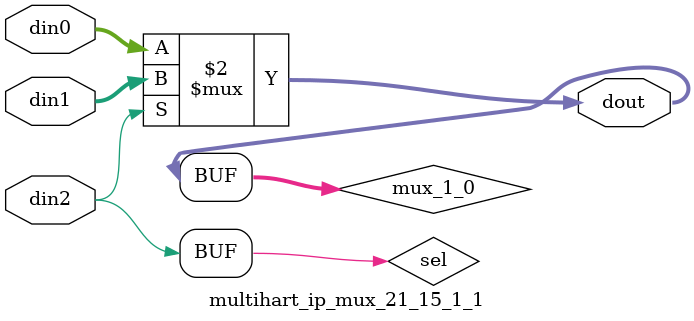
<source format=v>

`timescale 1ns/1ps

module multihart_ip_mux_21_15_1_1 #(
parameter
    ID                = 0,
    NUM_STAGE         = 1,
    din0_WIDTH       = 32,
    din1_WIDTH       = 32,
    din2_WIDTH         = 32,
    dout_WIDTH            = 32
)(
    input  [14 : 0]     din0,
    input  [14 : 0]     din1,
    input  [0 : 0]    din2,
    output [14 : 0]   dout);

// puts internal signals
wire [0 : 0]     sel;
// level 1 signals
wire [14 : 0]         mux_1_0;

assign sel = din2;

// Generate level 1 logic
assign mux_1_0 = (sel[0] == 0)? din0 : din1;

// output logic
assign dout = mux_1_0;

endmodule

</source>
